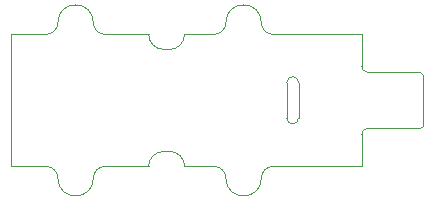
<source format=gbr>
G04 #@! TF.GenerationSoftware,KiCad,Pcbnew,(5.1.12)-1*
G04 #@! TF.CreationDate,2024-03-07T16:38:44+08:00*
G04 #@! TF.ProjectId,CM2_MesoScope,434d325f-4d65-4736-9f53-636f70652e6b,rev?*
G04 #@! TF.SameCoordinates,Original*
G04 #@! TF.FileFunction,Profile,NP*
%FSLAX46Y46*%
G04 Gerber Fmt 4.6, Leading zero omitted, Abs format (unit mm)*
G04 Created by KiCad (PCBNEW (5.1.12)-1) date 2024-03-07 16:38:44*
%MOMM*%
%LPD*%
G01*
G04 APERTURE LIST*
G04 #@! TA.AperFunction,Profile*
%ADD10C,0.050000*%
G04 #@! TD*
G04 APERTURE END LIST*
D10*
X132340520Y-115220520D02*
X132089060Y-115461820D01*
X132343060Y-110945700D02*
X132340520Y-115217980D01*
X132089060Y-110706940D02*
X132343060Y-110945700D01*
X127679100Y-115463800D02*
X132087000Y-115461820D01*
X127669460Y-110706940D02*
X132086520Y-110706940D01*
X127164000Y-115979980D02*
G75*
G02*
X127679100Y-115463800I515640J540D01*
G01*
X114670000Y-118680000D02*
G75*
G02*
X115670000Y-119680000I0J-1000000D01*
G01*
X118670000Y-119680000D02*
G75*
G02*
X115670000Y-119680000I-1500000J0D01*
G01*
X112178000Y-118680000D02*
X114670000Y-118680000D01*
X119670000Y-118680000D02*
X127164000Y-118680000D01*
X118670000Y-119680000D02*
G75*
G02*
X119670000Y-118680000I1000000J0D01*
G01*
X119670000Y-107504000D02*
X127164000Y-107504000D01*
X115670000Y-106504000D02*
G75*
G02*
X114670000Y-107504000I-1000000J0D01*
G01*
X115670000Y-106504000D02*
G75*
G02*
X118670000Y-106504000I1500000J0D01*
G01*
X119670000Y-107504000D02*
G75*
G02*
X118670000Y-106504000I0J1000000D01*
G01*
X112178000Y-107504000D02*
X114670000Y-107504000D01*
X104446000Y-119680000D02*
G75*
G02*
X105446000Y-118680000I1000000J0D01*
G01*
X100446000Y-118680000D02*
G75*
G02*
X101446000Y-119680000I0J-1000000D01*
G01*
X105446000Y-118680000D02*
X109130000Y-118682260D01*
X97446000Y-118680000D02*
X100446000Y-118680000D01*
X104446000Y-119680000D02*
G75*
G02*
X101446000Y-119680000I-1500000J0D01*
G01*
X105446000Y-107504000D02*
X109130000Y-107504000D01*
X101446000Y-106504000D02*
G75*
G02*
X100446000Y-107504000I-1000000J0D01*
G01*
X101446000Y-106504000D02*
G75*
G02*
X104446000Y-106504000I1500000J0D01*
G01*
X105446000Y-107504000D02*
G75*
G02*
X104446000Y-106504000I0J1000000D01*
G01*
X97446000Y-107504000D02*
X100446000Y-107504000D01*
X127669460Y-110706940D02*
G75*
G02*
X127164000Y-110201480I0J505460D01*
G01*
X127164000Y-118680000D02*
X127164000Y-115980000D01*
X127164000Y-107504000D02*
X127164000Y-110204000D01*
X121823960Y-114582740D02*
X121823960Y-111582740D01*
X120823960Y-111582740D02*
X120823960Y-114582740D01*
X121823960Y-114582740D02*
G75*
G02*
X120823960Y-114582740I-500000J0D01*
G01*
X120823960Y-111582740D02*
G75*
G02*
X121823960Y-111582740I500000J0D01*
G01*
X110400000Y-108774000D02*
G75*
G02*
X109130000Y-107504000I0J1270000D01*
G01*
X110400000Y-108774000D02*
X110908000Y-108774000D01*
X110400000Y-117410000D02*
X110908000Y-117410000D01*
X110908000Y-117410000D02*
G75*
G02*
X112178000Y-118680000I0J-1270000D01*
G01*
X109130000Y-118680000D02*
G75*
G02*
X110400000Y-117410000I1270000J0D01*
G01*
X112178000Y-107504000D02*
G75*
G02*
X110908000Y-108774000I-1270000J0D01*
G01*
X97446000Y-107504000D02*
X97446000Y-118680000D01*
M02*

</source>
